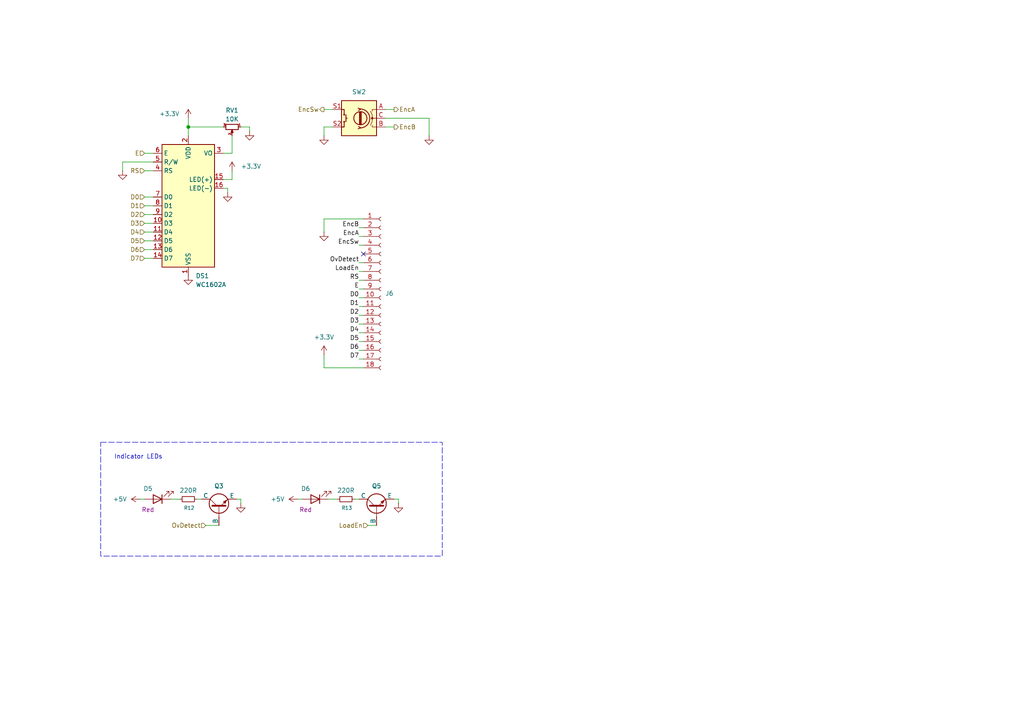
<source format=kicad_sch>
(kicad_sch (version 20250114) (generator "eeschema") (generator_version "9.0")
  (paper "A4")
  (title_block (title "Bench Electronic Load") (date "2025-11-24") (rev "A") (company "Denis Bazhenov"))
  (lib_symbols
    (symbol "Connector:Conn_01x18_Socket" (pin_names (offset 1.016) (hide yes))
      (property "Reference" "J" (at 0 22.86 0))
      (property "Value" "Conn_01x18_Socket" (at 0 -25.4 0))
      (symbol "Conn_01x18_Socket_1_1"
        (polyline (pts (xy -1.27 20.32) (xy -0.508 20.32)) (stroke (width 0.1524)))
        (polyline (pts (xy -1.27 17.78) (xy -0.508 17.78)) (stroke (width 0.1524)))
        (polyline (pts (xy -1.27 15.24) (xy -0.508 15.24)) (stroke (width 0.1524)))
        (polyline (pts (xy -1.27 12.7) (xy -0.508 12.7)) (stroke (width 0.1524)))
        (polyline (pts (xy -1.27 10.16) (xy -0.508 10.16)) (stroke (width 0.1524)))
        (polyline (pts (xy -1.27 7.62) (xy -0.508 7.62)) (stroke (width 0.1524)))
        (polyline (pts (xy -1.27 5.08) (xy -0.508 5.08)) (stroke (width 0.1524)))
        (polyline (pts (xy -1.27 2.54) (xy -0.508 2.54)) (stroke (width 0.1524)))
        (polyline (pts (xy -1.27 0) (xy -0.508 0)) (stroke (width 0.1524)))
        (polyline (pts (xy -1.27 -2.54) (xy -0.508 -2.54)) (stroke (width 0.1524)))
        (polyline (pts (xy -1.27 -5.08) (xy -0.508 -5.08)) (stroke (width 0.1524)))
        (polyline (pts (xy -1.27 -7.62) (xy -0.508 -7.62)) (stroke (width 0.1524)))
        (polyline (pts (xy -1.27 -10.16) (xy -0.508 -10.16)) (stroke (width 0.1524)))
        (polyline (pts (xy -1.27 -12.7) (xy -0.508 -12.7)) (stroke (width 0.1524)))
        (polyline (pts (xy -1.27 -15.24) (xy -0.508 -15.24)) (stroke (width 0.1524)))
        (polyline (pts (xy -1.27 -17.78) (xy -0.508 -17.78)) (stroke (width 0.1524)))
        (polyline (pts (xy -1.27 -20.32) (xy -0.508 -20.32)) (stroke (width 0.1524)))
        (polyline (pts (xy -1.27 -22.86) (xy -0.508 -22.86)) (stroke (width 0.1524)))
        (arc (start 0 19.812) (mid -0.5058 20.32) (end 0 20.828) (stroke (width 0.1524)))
        (arc (start 0 17.272) (mid -0.5058 17.78) (end 0 18.288) (stroke (width 0.1524)))
        (arc (start 0 14.732) (mid -0.5058 15.24) (end 0 15.748) (stroke (width 0.1524)))
        (arc (start 0 12.192) (mid -0.5058 12.7) (end 0 13.208) (stroke (width 0.1524)))
        (arc (start 0 9.652) (mid -0.5058 10.16) (end 0 10.668) (stroke (width 0.1524)))
        (arc (start 0 7.112) (mid -0.5058 7.62) (end 0 8.128) (stroke (width 0.1524)))
        (arc (start 0 4.572) (mid -0.5058 5.08) (end 0 5.588) (stroke (width 0.1524)))
        (arc (start 0 2.032) (mid -0.5058 2.54) (end 0 3.048) (stroke (width 0.1524)))
        (arc (start 0 -0.508) (mid -0.5058 0) (end 0 0.508) (stroke (width 0.1524)))
        (arc (start 0 -3.048) (mid -0.5058 -2.54) (end 0 -2.032) (stroke (width 0.1524)))
        (arc (start 0 -5.588) (mid -0.5058 -5.08) (end 0 -4.572) (stroke (width 0.1524)))
        (arc (start 0 -8.128) (mid -0.5058 -7.62) (end 0 -7.112) (stroke (width 0.1524)))
        (arc (start 0 -10.668) (mid -0.5058 -10.16) (end 0 -9.652) (stroke (width 0.1524)))
        (arc (start 0 -13.208) (mid -0.5058 -12.7) (end 0 -12.192) (stroke (width 0.1524)))
        (arc (start 0 -15.748) (mid -0.5058 -15.24) (end 0 -14.732) (stroke (width 0.1524)))
        (arc (start 0 -18.288) (mid -0.5058 -17.78) (end 0 -17.272) (stroke (width 0.1524)))
        (arc (start 0 -20.828) (mid -0.5058 -20.32) (end 0 -19.812) (stroke (width 0.1524)))
        (arc (start 0 -23.368) (mid -0.5058 -22.86) (end 0 -22.352) (stroke (width 0.1524)))
        (pin passive line (at -5.08 20.32 0) (length 3.81) (name "Pin_1") (number "1"))
        (pin passive line (at -5.08 17.78 0) (length 3.81) (name "Pin_2") (number "2"))
        (pin passive line (at -5.08 15.24 0) (length 3.81) (name "Pin_3") (number "3"))
        (pin passive line (at -5.08 12.7 0) (length 3.81) (name "Pin_4") (number "4"))
        (pin passive line (at -5.08 10.16 0) (length 3.81) (name "Pin_5") (number "5"))
        (pin passive line (at -5.08 7.62 0) (length 3.81) (name "Pin_6") (number "6"))
        (pin passive line (at -5.08 5.08 0) (length 3.81) (name "Pin_7") (number "7"))
        (pin passive line (at -5.08 2.54 0) (length 3.81) (name "Pin_8") (number "8"))
        (pin passive line (at -5.08 0 0) (length 3.81) (name "Pin_9") (number "9"))
        (pin passive line (at -5.08 -2.54 0) (length 3.81) (name "Pin_10") (number "10"))
        (pin passive line (at -5.08 -5.08 0) (length 3.81) (name "Pin_11") (number "11"))
        (pin passive line (at -5.08 -7.62 0) (length 3.81) (name "Pin_12") (number "12"))
        (pin passive line (at -5.08 -10.16 0) (length 3.81) (name "Pin_13") (number "13"))
        (pin passive line (at -5.08 -12.7 0) (length 3.81) (name "Pin_14") (number "14"))
        (pin passive line (at -5.08 -15.24 0) (length 3.81) (name "Pin_15") (number "15"))
        (pin passive line (at -5.08 -17.78 0) (length 3.81) (name "Pin_16") (number "16"))
        (pin passive line (at -5.08 -20.32 0) (length 3.81) (name "Pin_17") (number "17"))
        (pin passive line (at -5.08 -22.86 0) (length 3.81) (name "Pin_18") (number "18"))
      )
    )
    (symbol "Device:LED" (pin_numbers (hide yes)) (pin_names (offset 1.016) (hide yes))
      (property "Reference" "D" (at 0 2.54 0))
      (property "Value" "LED" (at 0 -2.54 0))
      (symbol "LED_0_1"
        (polyline (pts (xy -3.048 -0.762) (xy -4.572 -2.286) (xy -3.81 -2.286) (xy -4.572 -2.286) (xy -4.572 -1.524)))
        (polyline (pts (xy -1.778 -0.762) (xy -3.302 -2.286) (xy -2.54 -2.286) (xy -3.302 -2.286) (xy -3.302 -1.524)))
        (polyline (pts (xy -1.27 0) (xy 1.27 0)))
        (polyline (pts (xy -1.27 -1.27) (xy -1.27 1.27)) (stroke (width 0.254)))
        (polyline (pts (xy 1.27 -1.27) (xy 1.27 1.27) (xy -1.27 0) (xy 1.27 -1.27)) (stroke (width 0.254)))
      )
      (symbol "LED_1_1"
        (pin passive line (at -3.81 0 0) (length 2.54) (name "K") (number "1"))
        (pin passive line (at 3.81 0 180) (length 2.54) (name "A") (number "2"))
      )
    )
    (symbol "Device:R_Potentiometer_Small" (pin_names (offset 1.016) (hide yes))
      (property "Reference" "RV" (at -4.445 0 90))
      (property "Value" "R_Potentiometer_Small" (at -2.54 0 90))
      (symbol "R_Potentiometer_Small_0_1"
        (rectangle (start 0.762 1.8034) (end -0.762 -1.8034) (stroke (width 0.254)))
        (polyline (pts (xy 0.889 0) (xy 0.635 0) (xy 1.651 0.381) (xy 1.651 -0.381) (xy 0.635 0) (xy 0.889 0)) (fill (type outline)))
      )
      (symbol "R_Potentiometer_Small_1_1"
        (pin passive line (at 0 2.54 270) (length 0.635) (name "1") (number "1"))
        (pin passive line (at 0 -2.54 90) (length 0.635) (name "3") (number "3"))
        (pin passive line (at 2.54 0 180) (length 0.9906) (name "2") (number "2"))
      )
    )
    (symbol "Device:R_Small" (pin_numbers (hide yes)) (pin_names (offset 0.254) (hide yes))
      (property "Reference" "R" (at 0 0 90))
      (property "Value" "R_Small" (at 1.778 0 90))
      (symbol "R_Small_0_1"
        (rectangle (start -0.762 1.778) (end 0.762 -1.778) (stroke (width 0.2032)))
      )
      (symbol "R_Small_1_1"
        (pin passive line (at 0 2.54 270) (length 0.762) (name "~") (number "1"))
        (pin passive line (at 0 -2.54 90) (length 0.762) (name "~") (number "2"))
      )
    )
    (symbol "Device:RotaryEncoder_Switch" (pin_names (offset 0.254) (hide yes))
      (property "Reference" "SW" (at 0 6.604 0))
      (property "Value" "RotaryEncoder_Switch" (at 0 -6.604 0))
      (symbol "RotaryEncoder_Switch_0_1"
        (rectangle (start -5.08 5.08) (end 5.08 -5.08) (stroke (width 0.254)) (fill (type background)))
        (polyline (pts (xy -5.08 2.54) (xy -3.81 2.54) (xy -3.81 2.032)))
        (polyline (pts (xy -5.08 0) (xy -3.81 0) (xy -3.81 -1.016) (xy -3.302 -2.032)))
        (polyline (pts (xy -5.08 -2.54) (xy -3.81 -2.54) (xy -3.81 -2.032)))
        (polyline (pts (xy -4.318 0) (xy -3.81 0) (xy -3.81 1.016) (xy -3.302 2.032)))
        (circle (center -3.81 0) (radius 0.254) (fill (type outline)))
        (polyline (pts (xy -0.635 -1.778) (xy -0.635 1.778)) (stroke (width 0.254)))
        (circle (center -0.381 0) (radius 1.905) (stroke (width 0.254)))
        (polyline (pts (xy -0.381 -1.778) (xy -0.381 1.778)) (stroke (width 0.254)))
        (arc (start -0.381 -2.794) (mid -3.0988 -0.0635) (end -0.381 2.667) (stroke (width 0.254)))
        (polyline (pts (xy -0.127 1.778) (xy -0.127 -1.778)) (stroke (width 0.254)))
        (polyline (pts (xy 0.254 2.921) (xy -0.508 2.667) (xy 0.127 2.286)) (stroke (width 0.254)))
        (polyline (pts (xy 0.254 -3.048) (xy -0.508 -2.794) (xy 0.127 -2.413)) (stroke (width 0.254)))
        (polyline (pts (xy 3.81 1.016) (xy 3.81 -1.016)) (stroke (width 0.254)))
        (polyline (pts (xy 3.81 0) (xy 3.429 0)) (stroke (width 0.254)))
        (circle (center 4.318 1.016) (radius 0.127) (stroke (width 0.254)))
        (circle (center 4.318 -1.016) (radius 0.127) (stroke (width 0.254)))
        (polyline (pts (xy 5.08 2.54) (xy 4.318 2.54) (xy 4.318 1.016)) (stroke (width 0.254)))
        (polyline (pts (xy 5.08 -2.54) (xy 4.318 -2.54) (xy 4.318 -1.016)) (stroke (width 0.254)))
      )
      (symbol "RotaryEncoder_Switch_1_1"
        (pin passive line (at -7.62 2.54 0) (length 2.54) (name "A") (number "A"))
        (pin passive line (at -7.62 0 0) (length 2.54) (name "C") (number "C"))
        (pin passive line (at -7.62 -2.54 0) (length 2.54) (name "B") (number "B"))
        (pin passive line (at 7.62 2.54 180) (length 2.54) (name "S1") (number "S1"))
        (pin passive line (at 7.62 -2.54 180) (length 2.54) (name "S2") (number "S2"))
      )
    )
    (symbol "Display_Character:WC1602A"
      (property "Reference" "DS" (at -5.842 19.05 0))
      (property "Value" "WC1602A" (at 5.334 19.05 0))
      (symbol "WC1602A_1_1"
        (rectangle (start -7.62 17.78) (end 7.62 -17.78) (stroke (width 0.254)) (fill (type background)))
        (pin input line (at -10.16 15.24 0) (length 2.54) (name "E") (number "6"))
        (pin input line (at -10.16 12.7 0) (length 2.54) (name "R/W") (number "5"))
        (pin input line (at -10.16 10.16 0) (length 2.54) (name "RS") (number "4"))
        (pin input line (at -10.16 2.54 0) (length 2.54) (name "D0") (number "7"))
        (pin input line (at -10.16 0 0) (length 2.54) (name "D1") (number "8"))
        (pin input line (at -10.16 -2.54 0) (length 2.54) (name "D2") (number "9"))
        (pin input line (at -10.16 -5.08 0) (length 2.54) (name "D3") (number "10"))
        (pin input line (at -10.16 -7.62 0) (length 2.54) (name "D4") (number "11"))
        (pin input line (at -10.16 -10.16 0) (length 2.54) (name "D5") (number "12"))
        (pin input line (at -10.16 -12.7 0) (length 2.54) (name "D6") (number "13"))
        (pin input line (at -10.16 -15.24 0) (length 2.54) (name "D7") (number "14"))
        (pin power_in line (at 0 20.32 270) (length 2.54) (name "VDD") (number "2"))
        (pin power_in line (at 0 -20.32 90) (length 2.54) (name "VSS") (number "1"))
        (pin input line (at 10.16 15.24 180) (length 2.54) (name "VO") (number "3"))
        (pin power_in line (at 10.16 7.62 180) (length 2.54) (name "LED(+)") (number "15"))
        (pin power_in line (at 10.16 5.08 180) (length 2.54) (name "LED(-)") (number "16"))
      )
    )
    (symbol "Simulation_SPICE:NPN" (pin_numbers (hide yes)) (pin_names (offset 0))
      (property "Reference" "Q" (at -2.54 7.62 0))
      (property "Value" "NPN" (at -2.54 5.08 0))
      (symbol "NPN_0_1"
        (polyline (pts (xy -2.54 0) (xy 0.635 0)) (stroke (width 0.1524)))
        (polyline (pts (xy 0.635 1.905) (xy 0.635 -1.905) (xy 0.635 -1.905)) (stroke (width 0.508)))
        (polyline (pts (xy 0.635 0.635) (xy 2.54 2.54)))
        (polyline (pts (xy 0.635 -0.635) (xy 2.54 -2.54) (xy 2.54 -2.54)))
        (circle (center 1.27 0) (radius 2.8194) (stroke (width 0.254)))
        (polyline (pts (xy 1.27 -1.778) (xy 1.778 -1.27) (xy 2.286 -2.286) (xy 1.27 -1.778) (xy 1.27 -1.778)) (fill (type outline)))
        (polyline (pts (xy 2.794 -1.27) (xy 2.794 -1.27)) (stroke (width 0.1524)))
        (polyline (pts (xy 2.794 -1.27) (xy 2.794 -1.27)) (stroke (width 0.1524)))
      )
      (symbol "NPN_1_1"
        (pin input line (at -5.08 0 0) (length 2.54) (name "B") (number "2"))
        (pin open_collector line (at 2.54 5.08 270) (length 2.54) (name "C") (number "1"))
        (pin open_emitter line (at 2.54 -5.08 90) (length 2.54) (name "E") (number "3"))
      )
    )
    (symbol "power:+3.3V" (power) (pin_numbers (hide yes)) (pin_names (offset 0) (hide yes))
      (property "Value" "+3.3V" (at 0 3.556 0))
      (symbol "+3.3V_0_1"
        (polyline (pts (xy -0.762 1.27) (xy 0 2.54)))
        (polyline (pts (xy 0 2.54) (xy 0.762 1.27)))
        (polyline (pts (xy 0 0) (xy 0 2.54)))
      )
      (symbol "+3.3V_1_1"
        (pin power_in line (at 0 0 90) (length 0) (name "~") (number "1"))
      )
    )
    (symbol "power:+5V" (power) (pin_numbers (hide yes)) (pin_names (offset 0) (hide yes))
      (property "Value" "+5V" (at 0 3.556 0))
      (symbol "+5V_0_1"
        (polyline (pts (xy -0.762 1.27) (xy 0 2.54)))
        (polyline (pts (xy 0 2.54) (xy 0.762 1.27)))
        (polyline (pts (xy 0 0) (xy 0 2.54)))
      )
      (symbol "+5V_1_1"
        (pin power_in line (at 0 0 90) (length 0) (name "~") (number "1"))
      )
    )
    (symbol "power:GND" (power) (pin_numbers (hide yes)) (pin_names (offset 0) (hide yes))
      (property "Value" "GND" (at 0 -3.81 0))
      (symbol "GND_0_1"
        (polyline (pts (xy 0 0) (xy 0 -1.27) (xy 1.27 -1.27) (xy 0 -2.54) (xy -1.27 -1.27) (xy 0 -1.27)))
      )
      (symbol "GND_1_1"
        (pin power_in line (at 0 0 270) (length 0) (name "~") (number "1"))
      )
    )
  )
  (text "Indicator LEDs" (at 40.132 132.588 0) (effects (font (size 1.27 1.27))))
  (text_box "" (at 29.21 128.27 0) (size 99.06 33.02) (margins 0.9525 0.9525 0.9525 0.9525) (stroke (width 0) (type dash)) (effects (font (size 1.27 1.27)) (justify left top)))
  (junction (at 54.61 36.83))
  (no_connect (at 105.41 73.66))
  (wire (pts (xy 68.58 144.78) (xy 69.85 144.78)))
  (wire (pts (xy 111.76 31.75) (xy 114.3 31.75)))
  (wire (pts (xy 67.31 44.45) (xy 67.31 39.37)))
  (wire (pts (xy 64.77 52.07) (xy 67.31 52.07)))
  (wire (pts (xy 54.61 36.83) (xy 54.61 39.37)))
  (wire (pts (xy 93.98 36.83) (xy 93.98 39.37)))
  (wire (pts (xy 104.14 76.2) (xy 105.41 76.2)))
  (wire (pts (xy 35.56 46.99) (xy 35.56 49.53)))
  (wire (pts (xy 41.91 49.53) (xy 44.45 49.53)))
  (wire (pts (xy 63.5 152.4) (xy 59.69 152.4)))
  (wire (pts (xy 109.22 152.4) (xy 106.68 152.4)))
  (wire (pts (xy 64.77 54.61) (xy 66.04 54.61)))
  (wire (pts (xy 105.41 106.68) (xy 93.98 106.68)))
  (wire (pts (xy 104.14 68.58) (xy 105.41 68.58)))
  (wire (pts (xy 72.39 36.83) (xy 72.39 38.1)))
  (wire (pts (xy 124.46 39.37) (xy 124.46 34.29)))
  (wire (pts (xy 41.91 59.69) (xy 44.45 59.69)))
  (wire (pts (xy 41.91 62.23) (xy 44.45 62.23)))
  (wire (pts (xy 105.41 104.14) (xy 104.14 104.14)))
  (wire (pts (xy 93.98 63.5) (xy 105.41 63.5)))
  (wire (pts (xy 64.77 44.45) (xy 67.31 44.45)))
  (wire (pts (xy 104.14 71.12) (xy 105.41 71.12)))
  (wire (pts (xy 54.61 36.83) (xy 64.77 36.83)))
  (wire (pts (xy 104.14 81.28) (xy 105.41 81.28)))
  (wire (pts (xy 41.91 57.15) (xy 44.45 57.15)))
  (wire (pts (xy 93.98 31.75) (xy 96.52 31.75)))
  (wire (pts (xy 41.91 72.39) (xy 44.45 72.39)))
  (wire (pts (xy 93.98 63.5) (xy 93.98 67.31)))
  (wire (pts (xy 41.91 69.85) (xy 44.45 69.85)))
  (wire (pts (xy 93.98 102.87) (xy 93.98 106.68)))
  (wire (pts (xy 69.85 144.78) (xy 69.85 146.05)))
  (wire (pts (xy 95.25 144.78) (xy 97.79 144.78)))
  (wire (pts (xy 69.85 36.83) (xy 72.39 36.83)))
  (wire (pts (xy 105.41 91.44) (xy 104.14 91.44)))
  (wire (pts (xy 96.52 36.83) (xy 93.98 36.83)))
  (wire (pts (xy 86.36 144.78) (xy 87.63 144.78)))
  (wire (pts (xy 44.45 46.99) (xy 35.56 46.99)))
  (wire (pts (xy 105.41 93.98) (xy 104.14 93.98)))
  (wire (pts (xy 111.76 36.83) (xy 114.3 36.83)))
  (wire (pts (xy 41.91 74.93) (xy 44.45 74.93)))
  (wire (pts (xy 66.04 54.61) (xy 66.04 55.88)))
  (wire (pts (xy 105.41 96.52) (xy 104.14 96.52)))
  (wire (pts (xy 57.15 144.78) (xy 58.42 144.78)))
  (wire (pts (xy 124.46 34.29) (xy 111.76 34.29)))
  (wire (pts (xy 104.14 78.74) (xy 105.41 78.74)))
  (wire (pts (xy 41.91 64.77) (xy 44.45 64.77)))
  (wire (pts (xy 54.61 34.29) (xy 54.61 36.83)))
  (wire (pts (xy 41.91 44.45) (xy 44.45 44.45)))
  (wire (pts (xy 105.41 101.6) (xy 104.14 101.6)))
  (wire (pts (xy 67.31 49.53) (xy 67.31 52.07)))
  (wire (pts (xy 41.91 67.31) (xy 44.45 67.31)))
  (wire (pts (xy 104.14 83.82) (xy 105.41 83.82)))
  (wire (pts (xy 114.3 144.78) (xy 115.57 144.78)))
  (wire (pts (xy 115.57 144.78) (xy 115.57 146.05)))
  (wire (pts (xy 105.41 88.9) (xy 104.14 88.9)))
  (wire (pts (xy 49.53 144.78) (xy 52.07 144.78)))
  (wire (pts (xy 105.41 99.06) (xy 104.14 99.06)))
  (wire (pts (xy 105.41 86.36) (xy 104.14 86.36)))
  (wire (pts (xy 40.64 144.78) (xy 41.91 144.78)))
  (wire (pts (xy 104.14 66.04) (xy 105.41 66.04)))
  (wire (pts (xy 102.87 144.78) (xy 104.14 144.78)))
  (label "OvDetect" (at 104.14 76.2 180))
  (label "D5" (at 104.14 99.06 180))
  (label "RS" (at 104.14 81.28 180))
  (label "D0" (at 104.14 86.36 180))
  (label "LoadEn" (at 104.14 78.74 180))
  (label "D7" (at 104.14 104.14 180))
  (label "EncA" (at 104.14 68.58 180))
  (label "EncB" (at 104.14 66.04 180))
  (label "E" (at 104.14 83.82 180))
  (label "D1" (at 104.14 88.9 180))
  (label "EncSw" (at 104.14 71.12 180))
  (label "D3" (at 104.14 93.98 180))
  (label "D4" (at 104.14 96.52 180))
  (label "D2" (at 104.14 91.44 180))
  (label "D6" (at 104.14 101.6 180))
  (hierarchical_label "RS" (shape input) (at 41.91 49.53 180))
  (hierarchical_label "D3" (shape input) (at 41.91 64.77 180))
  (hierarchical_label "D2" (shape input) (at 41.91 62.23 180))
  (hierarchical_label "EncA" (shape output) (at 114.3 31.75 0))
  (hierarchical_label "E" (shape input) (at 41.91 44.45 180))
  (hierarchical_label "LoadEn" (shape input) (at 106.68 152.4 180))
  (hierarchical_label "EncSw" (shape output) (at 93.98 31.75 180))
  (hierarchical_label "D5" (shape input) (at 41.91 69.85 180))
  (hierarchical_label "D1" (shape input) (at 41.91 59.69 180))
  (hierarchical_label "D0" (shape input) (at 41.91 57.15 180))
  (hierarchical_label "D7" (shape input) (at 41.91 74.93 180))
  (hierarchical_label "D4" (shape input) (at 41.91 67.31 180))
  (hierarchical_label "OvDetect" (shape input) (at 59.69 152.4 180))
  (hierarchical_label "EncB" (shape output) (at 114.3 36.83 0))
  (hierarchical_label "D6" (shape input) (at 41.91 72.39 180))
  (symbol (lib_id "Device:R_Small") (at 100.33 144.78 90) (unit 1)
    (property "Reference" "R13" (at 100.584 147.32 90) (effects (font (size 1.016 1.016))))
    (property "Value" "220R" (at 100.33 142.24 90))
    (property "Description" "Resistor, small symbol" (effects (hide yes)))
  )
  (symbol (lib_id "Simulation_SPICE:NPN") (at 109.22 147.32 90) (unit 1)
    (property "Reference" "Q5" (at 109.22 140.97 90))
    (property "Value" "DTC043Z" (effects (hide yes)))
    (property "Datasheet" "https://www.lcsc.com/datasheet/C96459.pdf" (effects (hide yes)))
    (property "Sim.Device" "NPN" (effects (hide yes)))
    (property "Sim.Type" "GUMMELPOON" (effects (hide yes)))
    (property "Sim.Pins" "1=C 2=B 3=E" (effects (hide yes)))
    (property "LCSC Part #" "C96459" (effects (hide yes)))
  )
  (symbol (lib_id "power:GND") (at 93.98 39.37 0) (unit 1)
    (property "Reference" "#PWR043" (effects (hide yes)))
    (property "Value" "GND" (effects (hide yes)))
    (property "Description" "Power symbol creates a global label with name \"GND\" , ground" (effects (hide yes)))
  )
  (symbol (lib_id "Simulation_SPICE:NPN") (at 63.5 147.32 90) (unit 1)
    (property "Reference" "Q3" (at 63.5 140.97 90))
    (property "Value" "DTC043Z" (effects (hide yes)))
    (property "Datasheet" "https://www.lcsc.com/datasheet/C96459.pdf" (effects (hide yes)))
    (property "Sim.Device" "NPN" (effects (hide yes)))
    (property "Sim.Type" "GUMMELPOON" (effects (hide yes)))
    (property "Sim.Pins" "1=C 2=B 3=E" (effects (hide yes)))
    (property "LCSC Part #" "C96459" (effects (hide yes)))
  )
  (symbol (lib_id "power:GND") (at 115.57 146.05 0) (unit 1)
    (property "Reference" "#PWR061" (effects (hide yes)))
    (property "Value" "GND" (effects (hide yes)))
    (property "Description" "Power symbol creates a global label with name \"GND\" , ground" (effects (hide yes)))
  )
  (symbol (lib_id "power:GND") (at 66.04 55.88 0) (unit 1)
    (property "Reference" "#PWR035" (effects (hide yes)))
    (property "Value" "GND" (effects (hide yes)))
    (property "Description" "Power symbol creates a global label with name \"GND\" , ground" (effects (hide yes)))
  )
  (symbol (lib_id "power:GND") (at 124.46 39.37 0) (unit 1)
    (property "Reference" "#PWR049" (effects (hide yes)))
    (property "Value" "GND" (effects (hide yes)))
    (property "Description" "Power symbol creates a global label with name \"GND\" , ground" (effects (hide yes)))
  )
  (symbol (lib_id "power:+3.3V") (at 67.31 49.53 0) (mirror y) (unit 1)
    (property "Reference" "#PWR039" (effects (hide yes)))
    (property "Value" "+3.3V" (at 69.85 48.2599 0) (effects (justify right)))
    (property "Description" "Power symbol creates a global label with name \"+3.3V\"" (effects (hide yes)))
  )
  (symbol (lib_id "Device:RotaryEncoder_Switch") (at 104.14 34.29 0) (mirror y) (unit 1) (on_board no)
    (property "Reference" "SW2" (at 104.14 26.67 0))
    (property "Value" "RotaryEncoder_Switch" (effects (hide yes)))
    (property "Footprint" "Rotary_Encoder:RotaryEncoder_Bourns_Vertical_PEC12R-3x17F-Sxxxx" (effects (hide yes)))
    (property "Datasheet" "https://www.lcsc.com/datasheet/C5331618.pdf" (effects (hide yes)))
    (property "Description" "Rotary encoder, dual channel, incremental quadrate outputs, with switch" (effects (hide yes)))
    (property "LCSC Part #" "C5331618" (effects (hide yes)))
  )
  (symbol (lib_id "power:+5V") (at 86.36 144.78 90) (unit 1)
    (property "Reference" "#PWR060" (effects (hide yes)))
    (property "Value" "+5V" (at 82.55 144.7799 90) (effects (justify left)))
    (property "Description" "Power symbol creates a global label with name \"+5V\"" (effects (hide yes)))
  )
  (symbol (lib_id "power:GND") (at 54.61 80.01 0) (unit 1)
    (property "Reference" "#PWR033" (effects (hide yes)))
    (property "Value" "GND" (effects (hide yes)))
    (property "Description" "Power symbol creates a global label with name \"GND\" , ground" (effects (hide yes)))
  )
  (symbol (lib_id "power:GND") (at 93.98 67.31 0) (unit 1)
    (property "Reference" "#PWR044" (effects (hide yes)))
    (property "Value" "GND" (effects (hide yes)))
    (property "Description" "Power symbol creates a global label with name \"GND\" , ground" (effects (hide yes)))
  )
  (symbol (lib_id "power:+3.3V") (at 54.61 34.29 0) (mirror y) (unit 1)
    (property "Reference" "#PWR032" (effects (hide yes)))
    (property "Value" "+3.3V" (at 52.07 33.0199 0) (effects (justify left)))
    (property "Description" "Power symbol creates a global label with name \"+3.3V\"" (effects (hide yes)))
  )
  (symbol (lib_id "Device:LED") (at 45.72 144.78 180) (unit 1)
    (property "Reference" "D5" (at 42.926 141.732 0))
    (property "Value" "17-215/GHC-YR1S2/4T" (effects (hide yes)))
    (property "Footprint" "LED_SMD:LED_0805_2012Metric_Pad1.15x1.40mm_HandSolder" (effects (hide yes)))
    (property "Datasheet" "https://www1.futureelectronics.com/doc/Everlight/17-21-R6C-AQ2R2B-4T.pdf" (effects (hide yes)))
    (property "Description" "Red" (at 42.926 147.828 0))
    (property "Sim.Pins" "1=K 2=A" (effects (hide yes)))
    (property "LCSC Part #" "C2971979" (effects (hide yes)))
  )
  (symbol (lib_id "power:GND") (at 69.85 146.05 0) (unit 1)
    (property "Reference" "#PWR056" (effects (hide yes)))
    (property "Value" "GND" (effects (hide yes)))
    (property "Description" "Power symbol creates a global label with name \"GND\" , ground" (effects (hide yes)))
  )
  (symbol (lib_id "Device:LED") (at 91.44 144.78 180) (unit 1)
    (property "Reference" "D6" (at 88.646 141.732 0))
    (property "Value" "17-215/GHC-YR1S2/4T" (effects (hide yes)))
    (property "Footprint" "LED_SMD:LED_0805_2012Metric_Pad1.15x1.40mm_HandSolder" (effects (hide yes)))
    (property "Datasheet" "https://www1.futureelectronics.com/doc/Everlight/17-21-R6C-AQ2R2B-4T.pdf" (effects (hide yes)))
    (property "Description" "Red" (at 88.646 147.828 0))
    (property "Sim.Pins" "1=K 2=A" (effects (hide yes)))
    (property "LCSC Part #" "C2971979" (effects (hide yes)))
  )
  (symbol (lib_id "Device:R_Potentiometer_Small") (at 67.31 36.83 270) (unit 1) (on_board no)
    (property "Reference" "RV1" (at 67.31 32.004 90))
    (property "Value" "10K" (at 67.31 34.544 90))
    (property "Footprint" "Potentiometer_THT:Potentiometer_Bourns_3266W_Vertical" (effects (hide yes)))
    (property "Datasheet" "https://www.lcsc.com/datasheet/C49241482.pdf" (effects (hide yes)))
    (property "Description" "Potentiometer" (effects (hide yes)))
    (property "LCSC Part #" "C49241482" (effects (hide yes)))
  )
  (symbol (lib_id "Display_Character:WC1602A") (at 54.61 59.69 0) (unit 1) (in_bom no) (on_board no)
    (property "Reference" "DS1" (at 56.7533 80.01 0) (effects (justify left)))
    (property "Value" "WC1602A" (at 56.7533 82.55 0) (effects (justify left)))
    (property "Footprint" "Display:WC1602A" (effects (hide yes)))
    (property "Datasheet" "http://www.wincomlcd.com/pdf/WC1602A-SFYLYHTC06.pdf" (effects (hide yes)))
    (property "Description" "LCD 16x2 Alphanumeric , 8 bit parallel bus, 5V VDD" (effects (hide yes)))
  )
  (symbol (lib_id "power:+5V") (at 40.64 144.78 90) (unit 1)
    (property "Reference" "#PWR057" (effects (hide yes)))
    (property "Value" "+5V" (at 36.83 144.7799 90) (effects (justify left)))
    (property "Description" "Power symbol creates a global label with name \"+5V\"" (effects (hide yes)))
  )
  (symbol (lib_id "power:+3.3V") (at 93.98 102.87 0) (unit 1)
    (property "Reference" "#PWR045" (effects (hide yes)))
    (property "Value" "+3.3V" (at 93.98 97.79 0))
    (property "Description" "Power symbol creates a global label with name \"+3.3V\"" (effects (hide yes)))
  )
  (symbol (lib_id "power:GND") (at 35.56 49.53 0) (unit 1)
    (property "Reference" "#PWR031" (effects (hide yes)))
    (property "Value" "GND" (effects (hide yes)))
    (property "Description" "Power symbol creates a global label with name \"GND\" , ground" (effects (hide yes)))
  )
  (symbol (lib_id "Device:R_Small") (at 54.61 144.78 90) (unit 1)
    (property "Reference" "R12" (at 54.864 147.32 90) (effects (font (size 1.016 1.016))))
    (property "Value" "220R" (at 54.61 142.24 90))
    (property "Description" "Resistor, small symbol" (effects (hide yes)))
  )
  (symbol (lib_id "Connector:Conn_01x18_Socket") (at 110.49 83.82 0) (unit 1)
    (property "Reference" "J6" (at 111.76 85.0899 0) (effects (justify left)))
    (property "Value" "JST Header" (effects (hide yes)))
    (property "Footprint" "Connector_JST:JST_XH_B16B-XH-A_1x16_P2.50mm_Vertical" (effects (hide yes)))
    (property "Description" "Generic connector, single row, 01x18, script generated" (effects (hide yes)))
    (property "LCSC Part #" "C158022" (effects (hide yes)))
  )
  (symbol (lib_id "power:GND") (at 72.39 38.1 0) (unit 1)
    (property "Reference" "#PWR036" (effects (hide yes)))
    (property "Value" "GND" (effects (hide yes)))
    (property "Description" "Power symbol creates a global label with name \"GND\" , ground" (effects (hide yes)))
  )
)
</source>
